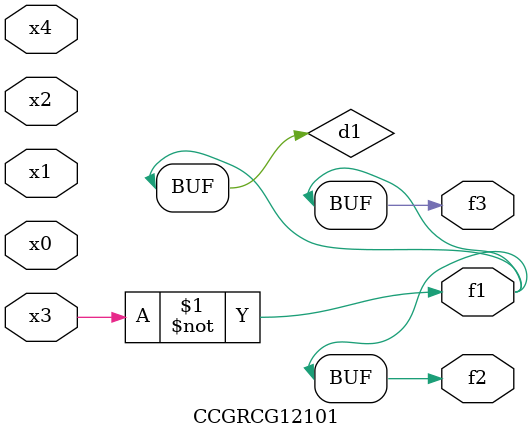
<source format=v>
module CCGRCG12101(
	input x0, x1, x2, x3, x4,
	output f1, f2, f3
);

	wire d1, d2;

	xnor (d1, x3);
	not (d2, x1);
	assign f1 = d1;
	assign f2 = d1;
	assign f3 = d1;
endmodule

</source>
